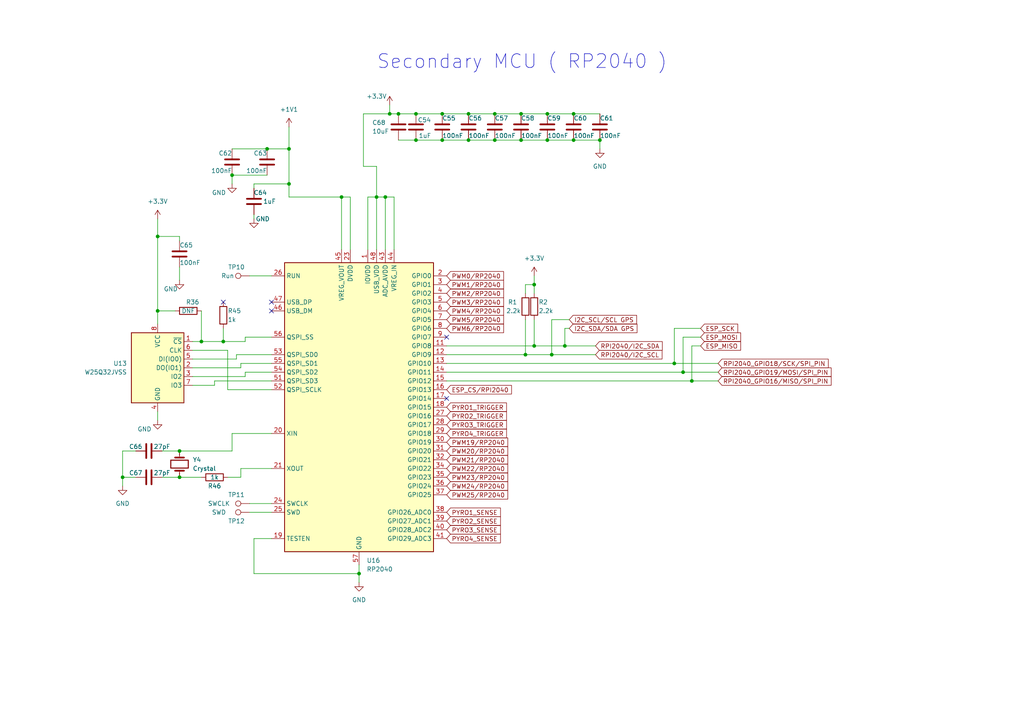
<source format=kicad_sch>
(kicad_sch (version 20231120) (generator "eeschema") (generator_version "8.0")
  (paper "A4")
  (lib_symbols
    (symbol "Connector:TestPoint" (pin_numbers hide) (pin_names (offset 0.762) hide)
      (property "Reference" "TP" (at 0 6.858 0))
      (property "Value" "TestPoint" (at 0 5.08 0))
      (symbol "TestPoint_0_1"
        (circle (center 0 3.302) (radius 0.762))
      )
      (symbol "TestPoint_1_1"
        (pin passive line (at 0 0 90) (length 2.54) (name "1") (number "1"))
      )
    )
    (symbol "Device:C" (pin_numbers hide) (pin_names (offset 0.254))
      (property "Reference" "C" (at 0.635 2.54 0))
      (property "Value" "C" (at 0.635 -2.54 0))
      (symbol "C_0_1"
        (polyline (pts (xy -2.032 -0.762) (xy 2.032 -0.762)) (stroke (width 0.508)))
        (polyline (pts (xy -2.032 0.762) (xy 2.032 0.762)) (stroke (width 0.508)))
      )
      (symbol "C_1_1"
        (pin passive line (at 0 3.81 270) (length 2.794) (name "~") (number "1"))
        (pin passive line (at 0 -3.81 90) (length 2.794) (name "~") (number "2"))
      )
    )
    (symbol "Device:Crystal" (pin_numbers hide) (pin_names (offset 1.016) hide)
      (property "Reference" "Y" (at 0 3.81 0))
      (property "Value" "Crystal" (at 0 -3.81 0))
      (symbol "Crystal_0_1"
        (rectangle (start -1.143 2.54) (end 1.143 -2.54) (stroke (width 0.3048)))
        (polyline (pts (xy -2.54 0) (xy -1.905 0)))
        (polyline (pts (xy -1.905 -1.27) (xy -1.905 1.27)) (stroke (width 0.508)))
        (polyline (pts (xy 1.905 -1.27) (xy 1.905 1.27)) (stroke (width 0.508)))
        (polyline (pts (xy 2.54 0) (xy 1.905 0)))
      )
      (symbol "Crystal_1_1"
        (pin passive line (at -3.81 0 0) (length 1.27) (name "1") (number "1"))
        (pin passive line (at 3.81 0 180) (length 1.27) (name "2") (number "2"))
      )
    )
    (symbol "Device:R" (pin_numbers hide) (pin_names (offset 0))
      (property "Reference" "R" (at 2.032 0 90))
      (property "Value" "R" (at 0 0 90))
      (symbol "R_0_1"
        (rectangle (start -1.016 -2.54) (end 1.016 2.54) (stroke (width 0.254)))
      )
      (symbol "R_1_1"
        (pin passive line (at 0 3.81 270) (length 1.27) (name "~") (number "1"))
        (pin passive line (at 0 -3.81 90) (length 1.27) (name "~") (number "2"))
      )
    )
    (symbol "MCU_RaspberryPi:RP2040"
      (property "Reference" "U" (at 17.78 45.72 0))
      (property "Value" "RP2040" (at 17.78 43.18 0))
      (symbol "RP2040_0_1"
        (rectangle (start -21.59 41.91) (end 21.59 -41.91) (stroke (width 0.254)) (fill (type background)))
      )
      (symbol "RP2040_1_1"
        (pin power_in line (at 2.54 45.72 270) (length 3.81) (name "IOVDD") (number "1"))
        (pin passive line (at 2.54 45.72 270) (length 3.81) hide (name "IOVDD") (number "10"))
        (pin bidirectional line (at 25.4 17.78 180) (length 3.81) (name "GPIO8") (number "11"))
        (pin bidirectional line (at 25.4 15.24 180) (length 3.81) (name "GPIO9") (number "12"))
        (pin bidirectional line (at 25.4 12.7 180) (length 3.81) (name "GPIO10") (number "13"))
        (pin bidirectional line (at 25.4 10.16 180) (length 3.81) (name "GPIO11") (number "14"))
        (pin bidirectional line (at 25.4 7.62 180) (length 3.81) (name "GPIO12") (number "15"))
        (pin bidirectional line (at 25.4 5.08 180) (length 3.81) (name "GPIO13") (number "16"))
        (pin bidirectional line (at 25.4 2.54 180) (length 3.81) (name "GPIO14") (number "17"))
        (pin bidirectional line (at 25.4 0 180) (length 3.81) (name "GPIO15") (number "18"))
        (pin input line (at -25.4 -38.1 0) (length 3.81) (name "TESTEN") (number "19"))
        (pin bidirectional line (at 25.4 38.1 180) (length 3.81) (name "GPIO0") (number "2"))
        (pin input line (at -25.4 -7.62 0) (length 3.81) (name "XIN") (number "20"))
        (pin passive line (at -25.4 -17.78 0) (length 3.81) (name "XOUT") (number "21"))
        (pin passive line (at 2.54 45.72 270) (length 3.81) hide (name "IOVDD") (number "22"))
        (pin power_in line (at -2.54 45.72 270) (length 3.81) (name "DVDD") (number "23"))
        (pin input line (at -25.4 -27.94 0) (length 3.81) (name "SWCLK") (number "24"))
        (pin bidirectional line (at -25.4 -30.48 0) (length 3.81) (name "SWD") (number "25"))
        (pin input line (at -25.4 38.1 0) (length 3.81) (name "RUN") (number "26"))
        (pin bidirectional line (at 25.4 -2.54 180) (length 3.81) (name "GPIO16") (number "27"))
        (pin bidirectional line (at 25.4 -5.08 180) (length 3.81) (name "GPIO17") (number "28"))
        (pin bidirectional line (at 25.4 -7.62 180) (length 3.81) (name "GPIO18") (number "29"))
        (pin bidirectional line (at 25.4 35.56 180) (length 3.81) (name "GPIO1") (number "3"))
        (pin bidirectional line (at 25.4 -10.16 180) (length 3.81) (name "GPIO19") (number "30"))
        (pin bidirectional line (at 25.4 -12.7 180) (length 3.81) (name "GPIO20") (number "31"))
        (pin bidirectional line (at 25.4 -15.24 180) (length 3.81) (name "GPIO21") (number "32"))
        (pin passive line (at 2.54 45.72 270) (length 3.81) hide (name "IOVDD") (number "33"))
        (pin bidirectional line (at 25.4 -17.78 180) (length 3.81) (name "GPIO22") (number "34"))
        (pin bidirectional line (at 25.4 -20.32 180) (length 3.81) (name "GPIO23") (number "35"))
        (pin bidirectional line (at 25.4 -22.86 180) (length 3.81) (name "GPIO24") (number "36"))
        (pin bidirectional line (at 25.4 -25.4 180) (length 3.81) (name "GPIO25") (number "37"))
        (pin bidirectional line (at 25.4 -30.48 180) (length 3.81) (name "GPIO26_ADC0") (number "38"))
        (pin bidirectional line (at 25.4 -33.02 180) (length 3.81) (name "GPIO27_ADC1") (number "39"))
        (pin bidirectional line (at 25.4 33.02 180) (length 3.81) (name "GPIO2") (number "4"))
        (pin bidirectional line (at 25.4 -35.56 180) (length 3.81) (name "GPIO28_ADC2") (number "40"))
        (pin bidirectional line (at 25.4 -38.1 180) (length 3.81) (name "GPIO29_ADC3") (number "41"))
        (pin passive line (at 2.54 45.72 270) (length 3.81) hide (name "IOVDD") (number "42"))
        (pin power_in line (at 7.62 45.72 270) (length 3.81) (name "ADC_AVDD") (number "43"))
        (pin power_in line (at 10.16 45.72 270) (length 3.81) (name "VREG_IN") (number "44"))
        (pin power_out line (at -5.08 45.72 270) (length 3.81) (name "VREG_VOUT") (number "45"))
        (pin bidirectional line (at -25.4 27.94 0) (length 3.81) (name "USB_DM") (number "46"))
        (pin bidirectional line (at -25.4 30.48 0) (length 3.81) (name "USB_DP") (number "47"))
        (pin power_in line (at 5.08 45.72 270) (length 3.81) (name "USB_VDD") (number "48"))
        (pin passive line (at 2.54 45.72 270) (length 3.81) hide (name "IOVDD") (number "49"))
        (pin bidirectional line (at 25.4 30.48 180) (length 3.81) (name "GPIO3") (number "5"))
        (pin passive line (at -2.54 45.72 270) (length 3.81) hide (name "DVDD") (number "50"))
        (pin bidirectional line (at -25.4 7.62 0) (length 3.81) (name "QSPI_SD3") (number "51"))
        (pin output line (at -25.4 5.08 0) (length 3.81) (name "QSPI_SCLK") (number "52"))
        (pin bidirectional line (at -25.4 15.24 0) (length 3.81) (name "QSPI_SD0") (number "53"))
        (pin bidirectional line (at -25.4 10.16 0) (length 3.81) (name "QSPI_SD2") (number "54"))
        (pin bidirectional line (at -25.4 12.7 0) (length 3.81) (name "QSPI_SD1") (number "55"))
        (pin bidirectional line (at -25.4 20.32 0) (length 3.81) (name "QSPI_SS") (number "56"))
        (pin power_in line (at 0 -45.72 90) (length 3.81) (name "GND") (number "57"))
        (pin bidirectional line (at 25.4 27.94 180) (length 3.81) (name "GPIO4") (number "6"))
        (pin bidirectional line (at 25.4 25.4 180) (length 3.81) (name "GPIO5") (number "7"))
        (pin bidirectional line (at 25.4 22.86 180) (length 3.81) (name "GPIO6") (number "8"))
        (pin bidirectional line (at 25.4 20.32 180) (length 3.81) (name "GPIO7") (number "9"))
      )
    )
    (symbol "Memory_Flash:W25Q32JVSS"
      (property "Reference" "U" (at -6.35 11.43 0))
      (property "Value" "W25Q32JVSS" (at 7.62 11.43 0))
      (symbol "W25Q32JVSS_0_1"
        (rectangle (start -7.62 10.16) (end 7.62 -10.16) (stroke (width 0.254)) (fill (type background)))
      )
      (symbol "W25Q32JVSS_1_1"
        (pin input line (at -10.16 7.62 0) (length 2.54) (name "~{CS}") (number "1"))
        (pin bidirectional line (at -10.16 0 0) (length 2.54) (name "DO(IO1)") (number "2"))
        (pin bidirectional line (at -10.16 -2.54 0) (length 2.54) (name "IO2") (number "3"))
        (pin power_in line (at 0 -12.7 90) (length 2.54) (name "GND") (number "4"))
        (pin bidirectional line (at -10.16 2.54 0) (length 2.54) (name "DI(IO0)") (number "5"))
        (pin input line (at -10.16 5.08 0) (length 2.54) (name "CLK") (number "6"))
        (pin bidirectional line (at -10.16 -5.08 0) (length 2.54) (name "IO3") (number "7"))
        (pin power_in line (at 0 12.7 270) (length 2.54) (name "VCC") (number "8"))
      )
    )
    (symbol "power:+1V1" (power) (pin_names (offset 0))
      (property "Value" "+1V1" (at 0 3.556 0))
      (symbol "+1V1_0_1"
        (polyline (pts (xy -0.762 1.27) (xy 0 2.54)))
        (polyline (pts (xy 0 0) (xy 0 2.54)))
        (polyline (pts (xy 0 2.54) (xy 0.762 1.27)))
      )
      (symbol "+1V1_1_1"
        (pin power_in line (at 0 0 90) (length 0) hide (name "+1V1") (number "1"))
      )
    )
    (symbol "power:+3.3V" (power) (pin_names (offset 0))
      (property "Value" "+3.3V" (at 0 3.556 0))
      (symbol "+3.3V_0_1"
        (polyline (pts (xy -0.762 1.27) (xy 0 2.54)))
        (polyline (pts (xy 0 0) (xy 0 2.54)))
        (polyline (pts (xy 0 2.54) (xy 0.762 1.27)))
      )
      (symbol "+3.3V_1_1"
        (pin power_in line (at 0 0 90) (length 0) hide (name "+3.3V") (number "1"))
      )
    )
    (symbol "power:GND" (power) (pin_names (offset 0))
      (property "Value" "GND" (at 0 -3.81 0))
      (symbol "GND_0_1"
        (polyline (pts (xy 0 0) (xy 0 -1.27) (xy 1.27 -1.27) (xy 0 -2.54) (xy -1.27 -1.27) (xy 0 -1.27)))
      )
      (symbol "GND_1_1"
        (pin power_in line (at 0 0 270) (length 0) hide (name "GND") (number "1"))
      )
    )
  )
  (junction (at 198.12 107.95))
  (junction (at 163.83 100.33))
  (junction (at 158.75 40.64))
  (junction (at 111.76 57.15))
  (junction (at 104.14 166.37))
  (junction (at 64.77 99.06))
  (junction (at 173.99 40.64))
  (junction (at 195.58 105.41))
  (junction (at 67.31 50.8))
  (junction (at 58.42 99.06))
  (junction (at 83.82 53.34))
  (junction (at 115.57 33.02))
  (junction (at 152.4 102.87))
  (junction (at 52.07 138.43))
  (junction (at 113.03 33.02))
  (junction (at 109.22 57.15))
  (junction (at 135.89 40.64))
  (junction (at 52.07 130.81))
  (junction (at 77.47 43.18))
  (junction (at 166.37 40.64))
  (junction (at 151.13 40.64))
  (junction (at 99.06 57.15))
  (junction (at 143.51 40.64))
  (junction (at 120.65 40.64))
  (junction (at 45.72 90.17))
  (junction (at 35.56 138.43))
  (junction (at 151.13 33.02))
  (junction (at 154.94 100.33))
  (junction (at 160.02 102.87))
  (junction (at 45.72 68.58))
  (junction (at 158.75 33.02))
  (junction (at 128.27 40.64))
  (junction (at 83.82 43.18))
  (junction (at 120.65 33.02))
  (junction (at 143.51 33.02))
  (junction (at 128.27 33.02))
  (junction (at 166.37 33.02))
  (junction (at 135.89 33.02))
  (junction (at 154.94 82.55))
  (junction (at 200.66 110.49))
  (no_connect (at 78.74 90.17))
  (no_connect (at 78.74 87.63))
  (no_connect (at 64.77 87.63))
  (no_connect (at 129.54 97.79))
  (no_connect (at 129.54 115.57))
  (wire (pts (xy 113.03 30.48) (xy 113.03 33.02)))
  (wire (pts (xy 45.72 90.17) (xy 50.8 90.17)))
  (wire (pts (xy 195.58 95.25) (xy 195.58 105.41)))
  (wire (pts (xy 72.39 146.05) (xy 78.74 146.05)))
  (wire (pts (xy 71.12 97.79) (xy 78.74 97.79)))
  (wire (pts (xy 106.68 57.15) (xy 106.68 72.39)))
  (wire (pts (xy 135.89 40.64) (xy 143.51 40.64)))
  (wire (pts (xy 68.58 102.87) (xy 78.74 102.87)))
  (wire (pts (xy 154.94 92.71) (xy 154.94 100.33)))
  (wire (pts (xy 163.83 100.33) (xy 172.72 100.33)))
  (wire (pts (xy 195.58 105.41) (xy 208.28 105.41)))
  (wire (pts (xy 35.56 138.43) (xy 35.56 140.97)))
  (wire (pts (xy 73.66 166.37) (xy 104.14 166.37)))
  (wire (pts (xy 67.31 53.34) (xy 67.31 50.8)))
  (wire (pts (xy 52.07 77.47) (xy 52.07 81.28)))
  (wire (pts (xy 114.3 57.15) (xy 114.3 72.39)))
  (wire (pts (xy 129.54 107.95) (xy 198.12 107.95)))
  (wire (pts (xy 73.66 53.34) (xy 73.66 54.61)))
  (wire (pts (xy 104.14 163.83) (xy 104.14 166.37)))
  (wire (pts (xy 143.51 40.64) (xy 151.13 40.64)))
  (wire (pts (xy 129.54 110.49) (xy 200.66 110.49)))
  (wire (pts (xy 77.47 43.18) (xy 83.82 43.18)))
  (wire (pts (xy 52.07 68.58) (xy 52.07 69.85)))
  (wire (pts (xy 105.41 33.02) (xy 113.03 33.02)))
  (wire (pts (xy 68.58 104.14) (xy 68.58 102.87)))
  (wire (pts (xy 166.37 33.02) (xy 173.99 33.02)))
  (wire (pts (xy 158.75 40.64) (xy 166.37 40.64)))
  (wire (pts (xy 66.04 113.03) (xy 78.74 113.03)))
  (wire (pts (xy 71.12 97.79) (xy 71.12 99.06)))
  (wire (pts (xy 99.06 57.15) (xy 83.82 57.15)))
  (wire (pts (xy 109.22 57.15) (xy 111.76 57.15)))
  (wire (pts (xy 55.88 106.68) (xy 69.85 106.68)))
  (wire (pts (xy 128.27 40.64) (xy 135.89 40.64)))
  (wire (pts (xy 154.94 100.33) (xy 163.83 100.33)))
  (wire (pts (xy 152.4 85.09) (xy 152.4 82.55)))
  (wire (pts (xy 115.57 33.02) (xy 120.65 33.02)))
  (wire (pts (xy 198.12 97.79) (xy 198.12 107.95)))
  (wire (pts (xy 39.37 138.43) (xy 35.56 138.43)))
  (wire (pts (xy 129.54 102.87) (xy 152.4 102.87)))
  (wire (pts (xy 69.85 138.43) (xy 66.04 138.43)))
  (wire (pts (xy 128.27 33.02) (xy 135.89 33.02)))
  (wire (pts (xy 151.13 40.64) (xy 158.75 40.64)))
  (wire (pts (xy 55.88 101.6) (xy 66.04 101.6)))
  (wire (pts (xy 52.07 138.43) (xy 58.42 138.43)))
  (wire (pts (xy 73.66 63.5) (xy 73.66 62.23)))
  (wire (pts (xy 101.6 57.15) (xy 99.06 57.15)))
  (wire (pts (xy 154.94 82.55) (xy 154.94 85.09)))
  (wire (pts (xy 45.72 121.92) (xy 45.72 119.38)))
  (wire (pts (xy 111.76 57.15) (xy 111.76 72.39)))
  (wire (pts (xy 52.07 130.81) (xy 67.31 130.81)))
  (wire (pts (xy 152.4 92.71) (xy 152.4 102.87)))
  (wire (pts (xy 160.02 92.71) (xy 160.02 102.87)))
  (wire (pts (xy 109.22 57.15) (xy 109.22 72.39)))
  (wire (pts (xy 35.56 130.81) (xy 35.56 138.43)))
  (wire (pts (xy 71.12 107.95) (xy 78.74 107.95)))
  (wire (pts (xy 163.83 95.25) (xy 163.83 100.33)))
  (wire (pts (xy 67.31 50.8) (xy 77.47 50.8)))
  (wire (pts (xy 203.2 100.33) (xy 200.66 100.33)))
  (wire (pts (xy 69.85 106.68) (xy 69.85 105.41)))
  (wire (pts (xy 58.42 99.06) (xy 64.77 99.06)))
  (wire (pts (xy 83.82 57.15) (xy 83.82 53.34)))
  (wire (pts (xy 129.54 100.33) (xy 154.94 100.33)))
  (wire (pts (xy 129.54 105.41) (xy 195.58 105.41)))
  (wire (pts (xy 66.04 101.6) (xy 66.04 113.03)))
  (wire (pts (xy 55.88 109.22) (xy 71.12 109.22)))
  (wire (pts (xy 64.77 99.06) (xy 71.12 99.06)))
  (wire (pts (xy 46.99 138.43) (xy 52.07 138.43)))
  (wire (pts (xy 135.89 33.02) (xy 143.51 33.02)))
  (wire (pts (xy 69.85 105.41) (xy 78.74 105.41)))
  (wire (pts (xy 111.76 57.15) (xy 114.3 57.15)))
  (wire (pts (xy 55.88 104.14) (xy 68.58 104.14)))
  (wire (pts (xy 45.72 68.58) (xy 52.07 68.58)))
  (wire (pts (xy 62.23 110.49) (xy 62.23 111.76)))
  (wire (pts (xy 198.12 107.95) (xy 208.28 107.95)))
  (wire (pts (xy 203.2 95.25) (xy 195.58 95.25)))
  (wire (pts (xy 45.72 90.17) (xy 45.72 93.98)))
  (wire (pts (xy 165.1 92.71) (xy 160.02 92.71)))
  (wire (pts (xy 143.51 33.02) (xy 151.13 33.02)))
  (wire (pts (xy 166.37 40.64) (xy 173.99 40.64)))
  (wire (pts (xy 203.2 97.79) (xy 198.12 97.79)))
  (wire (pts (xy 45.72 63.5) (xy 45.72 68.58)))
  (wire (pts (xy 69.85 138.43) (xy 69.85 135.89)))
  (wire (pts (xy 45.72 68.58) (xy 45.72 90.17)))
  (wire (pts (xy 151.13 33.02) (xy 158.75 33.02)))
  (wire (pts (xy 106.68 57.15) (xy 109.22 57.15)))
  (wire (pts (xy 200.66 110.49) (xy 208.28 110.49)))
  (wire (pts (xy 39.37 130.81) (xy 35.56 130.81)))
  (wire (pts (xy 67.31 130.81) (xy 67.31 125.73)))
  (wire (pts (xy 64.77 95.25) (xy 64.77 99.06)))
  (wire (pts (xy 78.74 156.21) (xy 73.66 156.21)))
  (wire (pts (xy 72.39 148.59) (xy 78.74 148.59)))
  (wire (pts (xy 67.31 125.73) (xy 78.74 125.73)))
  (wire (pts (xy 165.1 95.25) (xy 163.83 95.25)))
  (wire (pts (xy 115.57 40.64) (xy 120.65 40.64)))
  (wire (pts (xy 72.39 80.01) (xy 78.74 80.01)))
  (wire (pts (xy 200.66 100.33) (xy 200.66 110.49)))
  (wire (pts (xy 152.4 102.87) (xy 160.02 102.87)))
  (wire (pts (xy 120.65 40.64) (xy 128.27 40.64)))
  (wire (pts (xy 46.99 130.81) (xy 52.07 130.81)))
  (wire (pts (xy 55.88 99.06) (xy 58.42 99.06)))
  (wire (pts (xy 160.02 102.87) (xy 172.72 102.87)))
  (wire (pts (xy 152.4 82.55) (xy 154.94 82.55)))
  (wire (pts (xy 62.23 111.76) (xy 55.88 111.76)))
  (wire (pts (xy 104.14 166.37) (xy 104.14 168.91)))
  (wire (pts (xy 105.41 48.26) (xy 105.41 33.02)))
  (wire (pts (xy 73.66 156.21) (xy 73.66 166.37)))
  (wire (pts (xy 109.22 48.26) (xy 109.22 57.15)))
  (wire (pts (xy 158.75 33.02) (xy 166.37 33.02)))
  (wire (pts (xy 71.12 109.22) (xy 71.12 107.95)))
  (wire (pts (xy 83.82 43.18) (xy 83.82 53.34)))
  (wire (pts (xy 120.65 33.02) (xy 128.27 33.02)))
  (wire (pts (xy 101.6 57.15) (xy 101.6 72.39)))
  (wire (pts (xy 109.22 48.26) (xy 105.41 48.26)))
  (wire (pts (xy 62.23 110.49) (xy 78.74 110.49)))
  (wire (pts (xy 154.94 80.01) (xy 154.94 82.55)))
  (wire (pts (xy 67.31 43.18) (xy 77.47 43.18)))
  (wire (pts (xy 58.42 90.17) (xy 58.42 99.06)))
  (wire (pts (xy 69.85 135.89) (xy 78.74 135.89)))
  (wire (pts (xy 83.82 36.83) (xy 83.82 43.18)))
  (wire (pts (xy 113.03 33.02) (xy 115.57 33.02)))
  (wire (pts (xy 173.99 40.64) (xy 173.99 43.18)))
  (wire (pts (xy 73.66 53.34) (xy 83.82 53.34)))
  (wire (pts (xy 99.06 57.15) (xy 99.06 72.39)))
  (text "Secondary MCU ( RP2040 )" (at 109.22 20.32 0) (effects (font (size 4 4)) (justify left bottom)))
  (global_label "PYRO1_SENSE" (shape input) (at 129.54 148.59 0) (property "Intersheetrefs" "${INTERSHEET_REFS}" (effects (hide yes))))
  (global_label "PYRO3_SENSE" (shape input) (at 129.54 153.67 0) (property "Intersheetrefs" "${INTERSHEET_REFS}" (effects (hide yes))))
  (global_label "PWM22{slash}RP2040" (shape input) (at 129.54 135.89 0) (property "Intersheetrefs" "${INTERSHEET_REFS}" (effects (hide yes))))
  (global_label "RPI2040{slash}I2C_SDA" (shape input) (at 172.72 100.33 0) (property "Intersheetrefs" "${INTERSHEET_REFS}" (effects (hide yes))))
  (global_label "PWM23{slash}RP2040" (shape input) (at 129.54 138.43 0) (property "Intersheetrefs" "${INTERSHEET_REFS}" (effects (hide yes))))
  (global_label "PYRO1_TRIGGER" (shape input) (at 129.54 118.11 0) (property "Intersheetrefs" "${INTERSHEET_REFS}" (effects (hide yes))))
  (global_label "PWM24{slash}RP2040" (shape input) (at 129.54 140.97 0) (property "Intersheetrefs" "${INTERSHEET_REFS}" (effects (hide yes))))
  (global_label "PWM0{slash}RP2040" (shape input) (at 129.54 80.01 0) (property "Intersheetrefs" "${INTERSHEET_REFS}" (effects (hide yes))))
  (global_label "RPI2040_GPIO19{slash}MOSI{slash}SPI_PIN" (shape input) (at 208.28 107.95 0) (property "Intersheetrefs" "${INTERSHEET_REFS}" (effects (hide yes))))
  (global_label "RPI2040_GPIO18{slash}SCK{slash}SPI_PIN" (shape input) (at 208.28 105.41 0) (property "Intersheetrefs" "${INTERSHEET_REFS}" (effects (hide yes))))
  (global_label "ESP_MOSI" (shape input) (at 203.2 97.79 0) (property "Intersheetrefs" "${INTERSHEET_REFS}" (effects (hide yes))))
  (global_label "ESP_SCK" (shape input) (at 203.2 95.25 0) (property "Intersheetrefs" "${INTERSHEET_REFS}" (effects (hide yes))))
  (global_label "PWM6{slash}RP2040" (shape input) (at 129.54 95.25 0) (property "Intersheetrefs" "${INTERSHEET_REFS}" (effects (hide yes))))
  (global_label "PWM5{slash}RP2040" (shape input) (at 129.54 92.71 0) (property "Intersheetrefs" "${INTERSHEET_REFS}" (effects (hide yes))))
  (global_label "PYRO2_TRIGGER" (shape input) (at 129.54 120.65 0) (property "Intersheetrefs" "${INTERSHEET_REFS}" (effects (hide yes))))
  (global_label "ESP_CS{slash}RPI2040" (shape input) (at 129.54 113.03 0) (property "Intersheetrefs" "${INTERSHEET_REFS}" (effects (hide yes))))
  (global_label "PWM4{slash}RP2040" (shape input) (at 129.54 90.17 0) (property "Intersheetrefs" "${INTERSHEET_REFS}" (effects (hide yes))))
  (global_label "ESP_MISO" (shape input) (at 203.2 100.33 0) (property "Intersheetrefs" "${INTERSHEET_REFS}" (effects (hide yes))))
  (global_label "PWM21{slash}RP2040" (shape input) (at 129.54 133.35 0) (property "Intersheetrefs" "${INTERSHEET_REFS}" (effects (hide yes))))
  (global_label "PYRO4_SENSE" (shape input) (at 129.54 156.21 0) (property "Intersheetrefs" "${INTERSHEET_REFS}" (effects (hide yes))))
  (global_label "PWM2{slash}RP2040" (shape input) (at 129.54 85.09 0) (property "Intersheetrefs" "${INTERSHEET_REFS}" (effects (hide yes))))
  (global_label "RPI2040{slash}I2C_SCL" (shape input) (at 172.72 102.87 0) (property "Intersheetrefs" "${INTERSHEET_REFS}" (effects (hide yes))))
  (global_label "I2C_SDA{slash}SDA GPS" (shape input) (at 165.1 95.25 0) (property "Intersheetrefs" "${INTERSHEET_REFS}" (effects (hide yes))))
  (global_label "PWM19{slash}RP2040" (shape input) (at 129.54 128.27 0) (property "Intersheetrefs" "${INTERSHEET_REFS}" (effects (hide yes))))
  (global_label "PWM20{slash}RP2040" (shape input) (at 129.54 130.81 0) (property "Intersheetrefs" "${INTERSHEET_REFS}" (effects (hide yes))))
  (global_label "PYRO3_TRIGGER" (shape input) (at 129.54 123.19 0) (property "Intersheetrefs" "${INTERSHEET_REFS}" (effects (hide yes))))
  (global_label "PYRO4_TRIGGER" (shape input) (at 129.54 125.73 0) (property "Intersheetrefs" "${INTERSHEET_REFS}" (effects (hide yes))))
  (global_label "PWM1{slash}RP2040" (shape input) (at 129.54 82.55 0) (property "Intersheetrefs" "${INTERSHEET_REFS}" (effects (hide yes))))
  (global_label "PWM25{slash}RP2040" (shape input) (at 129.54 143.51 0) (property "Intersheetrefs" "${INTERSHEET_REFS}" (effects (hide yes))))
  (global_label "RPI2040_GPIO16{slash}MISO{slash}SPI_PIN" (shape input) (at 208.28 110.49 0) (property "Intersheetrefs" "${INTERSHEET_REFS}" (effects (hide yes))))
  (global_label "PYRO2_SENSE" (shape input) (at 129.54 151.13 0) (property "Intersheetrefs" "${INTERSHEET_REFS}" (effects (hide yes))))
  (global_label "I2C_SCL{slash}SCL GPS" (shape input) (at 165.1 92.71 0) (property "Intersheetrefs" "${INTERSHEET_REFS}" (effects (hide yes))))
  (global_label "PWM3{slash}RP2040" (shape input) (at 129.54 87.63 0) (property "Intersheetrefs" "${INTERSHEET_REFS}" (effects (hide yes))))
  (symbol (lib_id "Device:C") (at 143.51 36.83 0) (unit 1)
    (property "Reference" "C57" (at 143.51 34.29 0) (effects (justify left)))
    (property "Value" "100nF" (at 143.51 39.37 0) (effects (justify left)))
    (property "Footprint" "Capacitor_SMD:C_0603_1608Metric" (effects (hide yes)))
  )
  (symbol (lib_id "Device:R") (at 54.61 90.17 90) (unit 1)
    (property "Reference" "R36" (at 55.88 87.63 90))
    (property "Value" "DNF" (at 54.61 90.17 90))
    (property "Footprint" "Resistor_SMD:R_0402_1005Metric" (effects (hide yes)))
  )
  (symbol (lib_id "MCU_RaspberryPi:RP2040") (at 104.14 118.11 0) (unit 1)
    (property "Reference" "U16" (at 106.3341 162.56 0) (effects (justify left)))
    (property "Value" "RP2040" (at 106.3341 165.1 0) (effects (justify left)))
    (property "Footprint" "Package_DFN_QFN:QFN-56-1EP_7x7mm_P0.4mm_EP4x4mm" (effects (hide yes)))
    (property "Datasheet" "https://datasheets.raspberrypi.com/rp2040/rp2040-datasheet.pdf" (effects (hide yes)))
    (property "Description" "A microcontroller by Raspberry Pi" (effects (hide yes)))
  )
  (symbol (lib_id "power:GND") (at 73.66 63.5 0) (unit 1)
    (property "Reference" "#PWR075" (effects (hide yes)))
    (property "Value" "GND" (at 76.2 63.5 0))
  )
  (symbol (lib_id "power:+3.3V") (at 113.03 30.48 0) (unit 1)
    (property "Reference" "#PWR079" (effects (hide yes)))
    (property "Value" "+3.3V" (at 109.22 27.94 0))
  )
  (symbol (lib_id "Connector:TestPoint") (at 72.39 80.01 90) (unit 1) (in_bom no)
    (property "Reference" "TP10" (at 68.58 77.47 90))
    (property "Value" "Run" (at 66.04 80.01 90))
    (property "Footprint" "TestPoint:TestPoint_Pad_D1.0mm" (effects (hide yes)))
  )
  (symbol (lib_id "Connector:TestPoint") (at 72.39 148.59 90) (unit 1)
    (property "Reference" "TP12" (at 68.58 151.13 90))
    (property "Value" "SWD" (at 63.5 148.59 90))
    (property "Footprint" "TestPoint:TestPoint_Pad_D2.0mm" (effects (hide yes)))
  )
  (symbol (lib_id "Device:C") (at 151.13 36.83 0) (unit 1)
    (property "Reference" "C58" (at 151.13 34.29 0) (effects (justify left)))
    (property "Value" "100nF" (at 151.13 39.37 0) (effects (justify left)))
    (property "Footprint" "Capacitor_SMD:C_0603_1608Metric" (effects (hide yes)))
  )
  (symbol (lib_id "power:+3.3V") (at 45.72 63.5 0) (unit 1)
    (property "Reference" "#PWR07" (effects (hide yes)))
    (property "Value" "+3.3V" (at 45.72 58.42 0))
  )
  (symbol (lib_id "Device:C") (at 52.07 73.66 0) (unit 1)
    (property "Reference" "C65" (at 52.07 71.12 0) (effects (justify left)))
    (property "Value" "100nF" (at 52.07 76.2 0) (effects (justify left)))
    (property "Footprint" "Capacitor_SMD:C_0603_1608Metric" (effects (hide yes)))
  )
  (symbol (lib_id "Memory_Flash:W25Q32JVSS") (at 45.72 106.68 0) (mirror y) (unit 1)
    (property "Reference" "U13" (at 36.83 105.4099 0) (effects (justify left)))
    (property "Value" "W25Q32JVSS" (at 36.83 107.9499 0) (effects (justify left)))
    (property "Footprint" "Package_SO:SOIC-8_5.23x5.23mm_P1.27mm" (effects (hide yes)))
    (property "Datasheet" "http://www.winbond.com/resource-files/w25q32jv%20revg%2003272018%20plus.pdf" (effects (hide yes)))
    (property "Description" "32Mb Serial Flash Memory, Standard/Dual/Quad SPI, SOIC-8" (effects (hide yes)))
  )
  (symbol (lib_id "Device:C") (at 43.18 138.43 270) (unit 1)
    (property "Reference" "C67" (at 39.37 137.16 90))
    (property "Value" "27pF" (at 46.99 137.16 90))
    (property "Footprint" "Capacitor_SMD:C_0603_1608Metric" (effects (hide yes)))
  )
  (symbol (lib_id "power:GND") (at 67.31 53.34 0) (unit 1)
    (property "Reference" "#PWR074" (effects (hide yes)))
    (property "Value" "GND" (at 63.5 55.88 0))
  )
  (symbol (lib_id "Device:C") (at 135.89 36.83 0) (unit 1)
    (property "Reference" "C56" (at 135.89 34.29 0) (effects (justify left)))
    (property "Value" "100nF" (at 135.89 39.37 0) (effects (justify left)))
    (property "Footprint" "Capacitor_SMD:C_0603_1608Metric" (effects (hide yes)))
  )
  (symbol (lib_id "power:GND") (at 52.07 81.28 0) (unit 1)
    (property "Reference" "#PWR073" (effects (hide yes)))
    (property "Value" "GND" (at 49.53 83.82 0))
  )
  (symbol (lib_id "Device:C") (at 166.37 36.83 0) (unit 1)
    (property "Reference" "C60" (at 166.37 34.29 0) (effects (justify left)))
    (property "Value" "100nF" (at 166.37 39.37 0) (effects (justify left)))
    (property "Footprint" "Capacitor_SMD:C_0603_1608Metric" (effects (hide yes)))
  )
  (symbol (lib_id "Device:Crystal") (at 52.07 134.62 90) (unit 1)
    (property "Reference" "Y4" (at 55.88 133.35 90) (effects (justify right)))
    (property "Value" "Crystal" (at 55.88 135.89 90) (effects (justify right)))
    (property "Footprint" "Crystal:Crystal_SMD_Abracon_ABM8G-4Pin_3.2x2.5mm" (effects (hide yes)))
    (property "Datasheet" "https://abracon.com/Resonators/abm8.pdf" (effects (hide yes)))
    (property "Digikey" "https://www.digikey.in/en/products/detail/abracon-llc/ABM8-27-000MHZ-B2-T/675658" (effects (hide yes)))
  )
  (symbol (lib_id "power:GND") (at 35.56 140.97 0) (unit 1)
    (property "Reference" "#PWR04" (effects (hide yes)))
    (property "Value" "GND" (at 35.56 146.05 0))
  )
  (symbol (lib_id "Device:R") (at 154.94 88.9 0) (unit 1)
    (property "Reference" "R2" (at 156.21 87.63 0) (effects (justify left)))
    (property "Value" "2.2k" (at 156.21 90.17 0) (effects (justify left)))
    (property "Footprint" "Resistor_SMD:R_0603_1608Metric" (effects (hide yes)))
  )
  (symbol (lib_id "Device:C") (at 115.57 36.83 0) (unit 1)
    (property "Reference" "C68" (at 107.95 35.56 0) (effects (justify left)))
    (property "Value" "10uF" (at 107.95 38.1 0) (effects (justify left)))
    (property "Footprint" "Capacitor_SMD:C_0603_1608Metric" (effects (hide yes)))
  )
  (symbol (lib_id "Device:C") (at 67.31 46.99 0) (mirror y) (unit 1)
    (property "Reference" "C62" (at 67.31 44.45 0) (effects (justify left)))
    (property "Value" "100nF" (at 67.31 49.53 0) (effects (justify left)))
    (property "Footprint" "Capacitor_SMD:C_0603_1608Metric" (effects (hide yes)))
  )
  (symbol (lib_id "power:GND") (at 104.14 168.91 0) (unit 1)
    (property "Reference" "#PWR078" (effects (hide yes)))
    (property "Value" "GND" (at 104.14 173.99 0))
  )
  (symbol (lib_id "Device:C") (at 173.99 36.83 0) (unit 1)
    (property "Reference" "C61" (at 173.99 34.29 0) (effects (justify left)))
    (property "Value" "100nF" (at 173.99 39.37 0) (effects (justify left)))
    (property "Footprint" "Capacitor_SMD:C_0603_1608Metric" (effects (hide yes)))
  )
  (symbol (lib_id "Device:R") (at 64.77 91.44 0) (unit 1)
    (property "Reference" "R45" (at 66.04 90.17 0) (effects (justify left)))
    (property "Value" "1k" (at 66.04 92.71 0) (effects (justify left)))
    (property "Footprint" "Resistor_SMD:R_0402_1005Metric" (effects (hide yes)))
  )
  (symbol (lib_id "Device:C") (at 158.75 36.83 0) (unit 1)
    (property "Reference" "C59" (at 158.75 34.29 0) (effects (justify left)))
    (property "Value" "100nF" (at 158.75 39.37 0) (effects (justify left)))
    (property "Footprint" "Capacitor_SMD:C_0603_1608Metric" (effects (hide yes)))
  )
  (symbol (lib_id "Device:R") (at 62.23 138.43 270) (unit 1)
    (property "Reference" "R46" (at 62.23 140.97 90))
    (property "Value" "1k" (at 62.23 138.43 90))
    (property "Footprint" "Resistor_SMD:R_0402_1005Metric" (effects (hide yes)))
  )
  (symbol (lib_id "Connector:TestPoint") (at 72.39 146.05 90) (unit 1)
    (property "Reference" "TP11" (at 68.58 143.51 90))
    (property "Value" "SWCLK" (at 63.5 146.05 90))
    (property "Footprint" "TestPoint:TestPoint_Pad_D2.0mm" (effects (hide yes)))
  )
  (symbol (lib_id "power:+3.3V") (at 154.94 80.01 0) (unit 1)
    (property "Reference" "#PWR019" (effects (hide yes)))
    (property "Value" "+3.3V" (at 154.94 74.93 0))
  )
  (symbol (lib_id "Device:C") (at 43.18 130.81 90) (unit 1)
    (property "Reference" "C66" (at 39.37 129.54 90))
    (property "Value" "27pF" (at 46.99 129.54 90))
    (property "Footprint" "Capacitor_SMD:C_0603_1608Metric" (effects (hide yes)))
  )
  (symbol (lib_id "power:GND") (at 173.99 43.18 0) (unit 1)
    (property "Reference" "#PWR084" (effects (hide yes)))
    (property "Value" "GND" (at 173.99 48.26 0))
  )
  (symbol (lib_id "Device:C") (at 73.66 58.42 0) (mirror y) (unit 1)
    (property "Reference" "C64" (at 77.47 55.88 0) (effects (justify left)))
    (property "Value" "1uF" (at 80.01 58.42 0) (effects (justify left)))
    (property "Footprint" "Capacitor_SMD:C_0603_1608Metric" (effects (hide yes)))
  )
  (symbol (lib_id "power:GND") (at 45.72 121.92 0) (unit 1)
    (property "Reference" "#PWR072" (effects (hide yes)))
    (property "Value" "GND" (at 41.91 124.46 0))
  )
  (symbol (lib_id "Device:C") (at 120.65 36.83 0) (unit 1)
    (property "Reference" "C54" (at 121.158 34.798 0) (effects (justify left)))
    (property "Value" "1uF" (at 121.412 39.37 0) (effects (justify left)))
    (property "Footprint" "Capacitor_SMD:C_0603_1608Metric" (effects (hide yes)))
  )
  (symbol (lib_id "Device:R") (at 152.4 88.9 0) (unit 1)
    (property "Reference" "R1" (at 147.32 87.63 0) (effects (justify left)))
    (property "Value" "2.2k" (at 146.812 90.17 0) (effects (justify left)))
    (property "Footprint" "Resistor_SMD:R_0603_1608Metric" (effects (hide yes)))
  )
  (symbol (lib_id "Device:C") (at 77.47 46.99 0) (mirror y) (unit 1)
    (property "Reference" "C63" (at 77.47 44.45 0) (effects (justify left)))
    (property "Value" "100nF" (at 77.47 49.53 0) (effects (justify left)))
    (property "Footprint" "Capacitor_SMD:C_0603_1608Metric" (effects (hide yes)))
  )
  (symbol (lib_id "power:+1V1") (at 83.82 36.83 0) (unit 1)
    (property "Reference" "#PWR076" (effects (hide yes)))
    (property "Value" "+1V1" (at 83.82 31.75 0))
  )
  (symbol (lib_id "Device:C") (at 128.27 36.83 0) (unit 1)
    (property "Reference" "C55" (at 128.27 34.29 0) (effects (justify left)))
    (property "Value" "100nF" (at 128.27 39.37 0) (effects (justify left)))
    (property "Footprint" "Capacitor_SMD:C_0603_1608Metric" (effects (hide yes)))
  )
)
</source>
